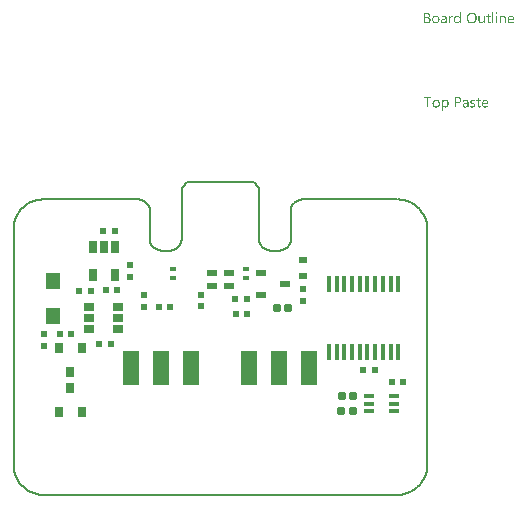
<source format=gtp>
G04*
G04 #@! TF.GenerationSoftware,Altium Limited,Altium Designer,21.9.2 (33)*
G04*
G04 Layer_Color=8421504*
%FSLAX42Y42*%
%MOMM*%
G71*
G04*
G04 #@! TF.SameCoordinates,C9CDC17D-2FD3-46DB-A318-01BEEBB1E299*
G04*
G04*
G04 #@! TF.FilePolarity,Positive*
G04*
G01*
G75*
%ADD15C,0.20*%
%ADD18R,1.40X3.00*%
%ADD19R,1.20X1.45*%
%ADD20R,0.50X0.55*%
%ADD21R,0.55X0.50*%
%ADD22R,0.90X0.60*%
%ADD23R,0.63X0.33*%
%ADD24R,0.40X1.35*%
%ADD25R,0.50X0.55*%
G04:AMPARAMS|DCode=26|XSize=0.9mm|YSize=0.7mm|CornerRadius=0mm|HoleSize=0mm|Usage=FLASHONLY|Rotation=0.000|XOffset=0mm|YOffset=0mm|HoleType=Round|Shape=RoundedRectangle|*
%AMROUNDEDRECTD26*
21,1,0.90,0.70,0,0,0.0*
21,1,0.90,0.70,0,0,0.0*
1,1,0.00,0.45,-0.35*
1,1,0.00,-0.45,-0.35*
1,1,0.00,-0.45,0.35*
1,1,0.00,0.45,0.35*
%
%ADD26ROUNDEDRECTD26*%
G04:AMPARAMS|DCode=27|XSize=0.6mm|YSize=0.65mm|CornerRadius=0.08mm|HoleSize=0mm|Usage=FLASHONLY|Rotation=270.000|XOffset=0mm|YOffset=0mm|HoleType=Round|Shape=RoundedRectangle|*
%AMROUNDEDRECTD27*
21,1,0.60,0.50,0,0,270.0*
21,1,0.45,0.65,0,0,270.0*
1,1,0.15,-0.25,-0.23*
1,1,0.15,-0.25,0.23*
1,1,0.15,0.25,0.23*
1,1,0.15,0.25,-0.23*
%
%ADD27ROUNDEDRECTD27*%
%ADD28R,0.70X1.00*%
%ADD29R,0.90X0.40*%
%ADD30R,0.80X0.60*%
%ADD31R,0.80X0.90*%
%ADD32R,0.90X0.60*%
%ADD33R,0.55X0.50*%
G36*
X5014Y4510D02*
X5015Y4509D01*
X5015Y4509D01*
X5016Y4509D01*
X5017Y4508D01*
X5018Y4508D01*
X5018Y4508D01*
X5018Y4507D01*
X5018Y4507D01*
X5019Y4506D01*
X5019Y4506D01*
X5019Y4505D01*
X5020Y4504D01*
X5020Y4503D01*
X5020Y4503D01*
X5020Y4503D01*
X5020Y4502D01*
X5019Y4501D01*
X5019Y4501D01*
X5019Y4500D01*
X5018Y4499D01*
X5018Y4498D01*
X5018Y4498D01*
X5017Y4498D01*
X5017Y4498D01*
X5016Y4497D01*
X5016Y4497D01*
X5015Y4497D01*
X5014Y4496D01*
X5013Y4496D01*
X5013Y4496D01*
X5012Y4496D01*
X5011Y4497D01*
X5011Y4497D01*
X5010Y4497D01*
X5009Y4498D01*
X5008Y4498D01*
X5008Y4498D01*
X5008Y4499D01*
X5008Y4499D01*
X5007Y4500D01*
X5007Y4500D01*
X5007Y4501D01*
X5006Y4502D01*
X5006Y4503D01*
X5006Y4503D01*
X5006Y4503D01*
X5006Y4504D01*
X5007Y4505D01*
X5007Y4505D01*
X5007Y4506D01*
X5008Y4507D01*
X5008Y4508D01*
X5008Y4508D01*
X5009Y4508D01*
X5009Y4508D01*
X5010Y4509D01*
X5010Y4509D01*
X5011Y4509D01*
X5012Y4510D01*
X5013Y4510D01*
X5013Y4510D01*
X5014Y4510D01*
X5014Y4510D02*
G37*
G36*
X4710Y4416D02*
X4700Y4416D01*
X4700Y4427D01*
X4700Y4427D01*
X4699Y4427D01*
X4699Y4427D01*
X4699Y4426D01*
X4698Y4425D01*
X4697Y4424D01*
X4697Y4423D01*
X4695Y4422D01*
X4694Y4421D01*
X4693Y4420D01*
X4691Y4419D01*
X4689Y4418D01*
X4687Y4417D01*
X4685Y4416D01*
X4683Y4416D01*
X4680Y4415D01*
X4678Y4415D01*
X4677Y4415D01*
X4676Y4415D01*
X4676Y4415D01*
X4675Y4415D01*
X4673Y4415D01*
X4672Y4416D01*
X4671Y4416D01*
X4669Y4416D01*
X4668Y4417D01*
X4666Y4418D01*
X4664Y4419D01*
X4663Y4420D01*
X4661Y4421D01*
X4660Y4422D01*
X4658Y4424D01*
X4658Y4424D01*
X4658Y4424D01*
X4658Y4424D01*
X4657Y4425D01*
X4657Y4426D01*
X4656Y4427D01*
X4655Y4428D01*
X4655Y4430D01*
X4654Y4431D01*
X4654Y4433D01*
X4653Y4435D01*
X4652Y4437D01*
X4652Y4439D01*
X4652Y4442D01*
X4651Y4444D01*
X4651Y4447D01*
X4651Y4447D01*
X4651Y4447D01*
X4651Y4447D01*
X4651Y4447D01*
X4651Y4448D01*
X4651Y4449D01*
X4651Y4451D01*
X4652Y4452D01*
X4652Y4454D01*
X4652Y4456D01*
X4653Y4458D01*
X4653Y4460D01*
X4654Y4462D01*
X4655Y4464D01*
X4655Y4466D01*
X4657Y4468D01*
X4658Y4470D01*
X4659Y4472D01*
X4659Y4472D01*
X4660Y4473D01*
X4660Y4473D01*
X4661Y4474D01*
X4661Y4474D01*
X4662Y4475D01*
X4664Y4476D01*
X4665Y4477D01*
X4666Y4478D01*
X4668Y4479D01*
X4670Y4480D01*
X4671Y4480D01*
X4674Y4481D01*
X4676Y4481D01*
X4678Y4482D01*
X4680Y4482D01*
X4681Y4482D01*
X4682Y4482D01*
X4683Y4482D01*
X4684Y4481D01*
X4685Y4481D01*
X4686Y4481D01*
X4688Y4480D01*
X4689Y4480D01*
X4691Y4479D01*
X4692Y4478D01*
X4694Y4477D01*
X4695Y4476D01*
X4697Y4475D01*
X4698Y4473D01*
X4700Y4471D01*
X4700Y4471D01*
X4700Y4511D01*
X4710Y4511D01*
X4710Y4416D01*
X4710Y4416D02*
G37*
G36*
X5071Y4482D02*
X5072Y4482D01*
X5073Y4481D01*
X5074Y4481D01*
X5075Y4481D01*
X5076Y4481D01*
X5077Y4481D01*
X5078Y4480D01*
X5080Y4480D01*
X5081Y4479D01*
X5082Y4478D01*
X5084Y4477D01*
X5085Y4476D01*
X5086Y4475D01*
X5086Y4475D01*
X5086Y4475D01*
X5086Y4474D01*
X5087Y4474D01*
X5087Y4473D01*
X5088Y4472D01*
X5088Y4471D01*
X5089Y4470D01*
X5089Y4469D01*
X5090Y4467D01*
X5090Y4466D01*
X5091Y4464D01*
X5091Y4462D01*
X5091Y4460D01*
X5091Y4458D01*
X5091Y4455D01*
X5091Y4416D01*
X5081Y4416D01*
X5081Y4453D01*
X5081Y4453D01*
X5081Y4453D01*
X5081Y4453D01*
X5081Y4454D01*
X5081Y4454D01*
X5081Y4455D01*
X5081Y4456D01*
X5081Y4458D01*
X5080Y4459D01*
X5080Y4461D01*
X5079Y4463D01*
X5079Y4465D01*
X5078Y4467D01*
X5076Y4468D01*
X5075Y4470D01*
X5073Y4471D01*
X5072Y4472D01*
X5071Y4472D01*
X5070Y4473D01*
X5069Y4473D01*
X5068Y4473D01*
X5066Y4473D01*
X5066Y4473D01*
X5065Y4473D01*
X5065Y4473D01*
X5064Y4473D01*
X5063Y4473D01*
X5062Y4472D01*
X5061Y4472D01*
X5060Y4472D01*
X5059Y4471D01*
X5058Y4471D01*
X5057Y4470D01*
X5056Y4469D01*
X5055Y4468D01*
X5054Y4467D01*
X5054Y4467D01*
X5054Y4467D01*
X5053Y4467D01*
X5053Y4466D01*
X5053Y4466D01*
X5052Y4465D01*
X5052Y4464D01*
X5051Y4463D01*
X5051Y4462D01*
X5050Y4461D01*
X5050Y4460D01*
X5050Y4459D01*
X5049Y4457D01*
X5049Y4456D01*
X5049Y4454D01*
X5049Y4453D01*
X5049Y4416D01*
X5039Y4416D01*
X5039Y4480D01*
X5049Y4480D01*
X5049Y4470D01*
X5049Y4470D01*
X5049Y4470D01*
X5049Y4470D01*
X5050Y4471D01*
X5050Y4472D01*
X5051Y4472D01*
X5052Y4473D01*
X5053Y4475D01*
X5054Y4476D01*
X5056Y4477D01*
X5057Y4478D01*
X5059Y4479D01*
X5061Y4480D01*
X5063Y4481D01*
X5065Y4481D01*
X5067Y4482D01*
X5070Y4482D01*
X5070Y4482D01*
X5071Y4482D01*
X5071Y4482D02*
G37*
G36*
X4640Y4481D02*
X4641Y4481D01*
X4642Y4481D01*
X4643Y4481D01*
X4644Y4481D01*
X4644Y4480D01*
X4644Y4470D01*
X4644Y4470D01*
X4644Y4470D01*
X4643Y4470D01*
X4643Y4471D01*
X4641Y4471D01*
X4640Y4472D01*
X4639Y4472D01*
X4637Y4472D01*
X4636Y4472D01*
X4636Y4472D01*
X4635Y4472D01*
X4634Y4472D01*
X4633Y4471D01*
X4632Y4471D01*
X4631Y4470D01*
X4630Y4470D01*
X4629Y4469D01*
X4628Y4469D01*
X4628Y4468D01*
X4627Y4467D01*
X4626Y4466D01*
X4626Y4466D01*
X4626Y4465D01*
X4625Y4465D01*
X4625Y4465D01*
X4625Y4464D01*
X4624Y4463D01*
X4624Y4462D01*
X4624Y4461D01*
X4623Y4460D01*
X4623Y4459D01*
X4622Y4458D01*
X4622Y4456D01*
X4622Y4454D01*
X4622Y4453D01*
X4621Y4451D01*
X4621Y4449D01*
X4621Y4416D01*
X4611Y4416D01*
X4611Y4480D01*
X4621Y4480D01*
X4621Y4467D01*
X4622Y4467D01*
X4622Y4467D01*
X4622Y4467D01*
X4622Y4468D01*
X4622Y4468D01*
X4622Y4469D01*
X4623Y4469D01*
X4623Y4471D01*
X4624Y4473D01*
X4625Y4474D01*
X4627Y4476D01*
X4628Y4478D01*
X4628Y4478D01*
X4629Y4478D01*
X4629Y4478D01*
X4629Y4478D01*
X4629Y4478D01*
X4630Y4479D01*
X4631Y4479D01*
X4633Y4480D01*
X4634Y4481D01*
X4636Y4481D01*
X4637Y4481D01*
X4638Y4481D01*
X4639Y4481D01*
X4640Y4481D01*
X4640Y4481D02*
G37*
G36*
X4913Y4416D02*
X4903Y4416D01*
X4903Y4427D01*
X4903Y4427D01*
X4903Y4426D01*
X4902Y4426D01*
X4902Y4425D01*
X4902Y4425D01*
X4901Y4424D01*
X4900Y4423D01*
X4899Y4422D01*
X4898Y4421D01*
X4897Y4420D01*
X4895Y4419D01*
X4894Y4418D01*
X4892Y4417D01*
X4890Y4416D01*
X4888Y4415D01*
X4885Y4415D01*
X4883Y4415D01*
X4882Y4415D01*
X4882Y4415D01*
X4882Y4415D01*
X4881Y4415D01*
X4880Y4415D01*
X4879Y4415D01*
X4878Y4416D01*
X4876Y4416D01*
X4874Y4417D01*
X4873Y4418D01*
X4872Y4418D01*
X4871Y4419D01*
X4870Y4420D01*
X4868Y4421D01*
X4867Y4422D01*
X4866Y4423D01*
X4865Y4424D01*
X4865Y4425D01*
X4864Y4426D01*
X4863Y4428D01*
X4862Y4430D01*
X4862Y4431D01*
X4861Y4433D01*
X4861Y4435D01*
X4860Y4437D01*
X4860Y4440D01*
X4860Y4442D01*
X4860Y4480D01*
X4870Y4480D01*
X4870Y4444D01*
X4870Y4444D01*
X4870Y4443D01*
X4870Y4443D01*
X4870Y4443D01*
X4870Y4442D01*
X4870Y4442D01*
X4871Y4441D01*
X4871Y4439D01*
X4871Y4437D01*
X4872Y4435D01*
X4872Y4434D01*
X4873Y4432D01*
X4874Y4430D01*
X4875Y4428D01*
X4877Y4427D01*
X4879Y4425D01*
X4880Y4425D01*
X4881Y4424D01*
X4882Y4424D01*
X4883Y4424D01*
X4884Y4424D01*
X4886Y4424D01*
X4887Y4424D01*
X4887Y4424D01*
X4888Y4424D01*
X4888Y4424D01*
X4889Y4424D01*
X4890Y4424D01*
X4891Y4424D01*
X4892Y4425D01*
X4893Y4425D01*
X4894Y4426D01*
X4895Y4427D01*
X4896Y4427D01*
X4897Y4428D01*
X4898Y4429D01*
X4898Y4429D01*
X4898Y4429D01*
X4899Y4430D01*
X4899Y4430D01*
X4899Y4431D01*
X4900Y4431D01*
X4900Y4432D01*
X4901Y4433D01*
X4901Y4434D01*
X4901Y4435D01*
X4902Y4436D01*
X4902Y4437D01*
X4902Y4439D01*
X4903Y4440D01*
X4903Y4442D01*
X4903Y4443D01*
X4903Y4480D01*
X4913Y4480D01*
X4913Y4416D01*
X4913Y4416D02*
G37*
G36*
X5018Y4416D02*
X5008Y4416D01*
X5008Y4480D01*
X5018Y4480D01*
X5018Y4416D01*
X5018Y4416D02*
G37*
G36*
X4987Y4416D02*
X4977Y4416D01*
X4977Y4511D01*
X4987Y4511D01*
X4987Y4416D01*
X4987Y4416D02*
G37*
G36*
X4570Y4482D02*
X4571Y4482D01*
X4572Y4482D01*
X4572Y4481D01*
X4573Y4481D01*
X4575Y4481D01*
X4577Y4480D01*
X4579Y4480D01*
X4581Y4479D01*
X4583Y4477D01*
X4584Y4477D01*
X4585Y4476D01*
X4586Y4475D01*
X4587Y4474D01*
X4588Y4473D01*
X4588Y4472D01*
X4589Y4470D01*
X4590Y4469D01*
X4590Y4467D01*
X4591Y4466D01*
X4591Y4464D01*
X4592Y4462D01*
X4592Y4460D01*
X4592Y4458D01*
X4592Y4416D01*
X4582Y4416D01*
X4582Y4426D01*
X4582Y4426D01*
X4581Y4426D01*
X4581Y4426D01*
X4581Y4425D01*
X4580Y4425D01*
X4580Y4424D01*
X4579Y4423D01*
X4578Y4422D01*
X4577Y4421D01*
X4575Y4420D01*
X4574Y4419D01*
X4572Y4418D01*
X4570Y4417D01*
X4569Y4416D01*
X4566Y4415D01*
X4564Y4415D01*
X4562Y4415D01*
X4561Y4415D01*
X4560Y4415D01*
X4560Y4415D01*
X4559Y4415D01*
X4558Y4415D01*
X4557Y4416D01*
X4554Y4416D01*
X4553Y4417D01*
X4552Y4417D01*
X4550Y4418D01*
X4549Y4418D01*
X4548Y4419D01*
X4547Y4420D01*
X4547Y4420D01*
X4547Y4420D01*
X4547Y4421D01*
X4546Y4421D01*
X4546Y4421D01*
X4545Y4422D01*
X4545Y4423D01*
X4544Y4424D01*
X4544Y4424D01*
X4543Y4426D01*
X4543Y4427D01*
X4543Y4428D01*
X4542Y4429D01*
X4542Y4430D01*
X4542Y4432D01*
X4542Y4433D01*
X4542Y4433D01*
X4542Y4434D01*
X4542Y4434D01*
X4542Y4434D01*
X4542Y4435D01*
X4542Y4435D01*
X4542Y4436D01*
X4542Y4438D01*
X4543Y4439D01*
X4543Y4441D01*
X4544Y4443D01*
X4545Y4445D01*
X4547Y4446D01*
X4548Y4447D01*
X4548Y4448D01*
X4550Y4449D01*
X4551Y4450D01*
X4552Y4450D01*
X4553Y4451D01*
X4554Y4452D01*
X4556Y4452D01*
X4557Y4453D01*
X4559Y4453D01*
X4561Y4454D01*
X4563Y4454D01*
X4582Y4457D01*
X4582Y4457D01*
X4582Y4457D01*
X4582Y4457D01*
X4582Y4458D01*
X4582Y4458D01*
X4582Y4459D01*
X4581Y4461D01*
X4581Y4462D01*
X4581Y4463D01*
X4580Y4465D01*
X4579Y4466D01*
X4579Y4468D01*
X4578Y4469D01*
X4576Y4471D01*
X4575Y4472D01*
X4573Y4472D01*
X4572Y4473D01*
X4571Y4473D01*
X4570Y4473D01*
X4569Y4473D01*
X4568Y4473D01*
X4568Y4473D01*
X4567Y4473D01*
X4566Y4473D01*
X4565Y4473D01*
X4563Y4472D01*
X4562Y4472D01*
X4560Y4472D01*
X4559Y4471D01*
X4557Y4471D01*
X4555Y4470D01*
X4553Y4469D01*
X4551Y4468D01*
X4550Y4467D01*
X4548Y4465D01*
X4548Y4476D01*
X4548Y4476D01*
X4548Y4476D01*
X4549Y4476D01*
X4550Y4477D01*
X4550Y4477D01*
X4551Y4478D01*
X4553Y4478D01*
X4554Y4479D01*
X4556Y4479D01*
X4557Y4480D01*
X4559Y4480D01*
X4561Y4481D01*
X4563Y4481D01*
X4565Y4481D01*
X4567Y4482D01*
X4570Y4482D01*
X4570Y4482D01*
X4570Y4482D01*
X4570Y4482D02*
G37*
G36*
X4427Y4506D02*
X4428Y4506D01*
X4429Y4505D01*
X4431Y4505D01*
X4432Y4505D01*
X4433Y4505D01*
X4435Y4504D01*
X4436Y4504D01*
X4438Y4503D01*
X4440Y4503D01*
X4441Y4502D01*
X4442Y4501D01*
X4444Y4500D01*
X4444Y4500D01*
X4444Y4500D01*
X4444Y4499D01*
X4445Y4499D01*
X4445Y4498D01*
X4446Y4498D01*
X4446Y4497D01*
X4447Y4496D01*
X4448Y4495D01*
X4448Y4494D01*
X4449Y4493D01*
X4449Y4491D01*
X4450Y4490D01*
X4450Y4489D01*
X4450Y4487D01*
X4450Y4485D01*
X4450Y4485D01*
X4450Y4485D01*
X4450Y4485D01*
X4450Y4484D01*
X4450Y4483D01*
X4450Y4483D01*
X4450Y4482D01*
X4450Y4481D01*
X4449Y4479D01*
X4449Y4477D01*
X4448Y4475D01*
X4448Y4474D01*
X4447Y4473D01*
X4446Y4472D01*
X4446Y4472D01*
X4446Y4472D01*
X4446Y4472D01*
X4446Y4471D01*
X4445Y4471D01*
X4445Y4470D01*
X4444Y4470D01*
X4443Y4469D01*
X4443Y4468D01*
X4442Y4468D01*
X4441Y4467D01*
X4440Y4466D01*
X4439Y4466D01*
X4438Y4465D01*
X4435Y4464D01*
X4435Y4464D01*
X4435Y4464D01*
X4435Y4464D01*
X4436Y4464D01*
X4437Y4464D01*
X4437Y4464D01*
X4438Y4463D01*
X4439Y4463D01*
X4440Y4463D01*
X4443Y4462D01*
X4444Y4461D01*
X4445Y4461D01*
X4446Y4460D01*
X4447Y4459D01*
X4449Y4458D01*
X4450Y4457D01*
X4450Y4457D01*
X4450Y4457D01*
X4450Y4457D01*
X4450Y4456D01*
X4451Y4455D01*
X4451Y4455D01*
X4452Y4454D01*
X4452Y4453D01*
X4453Y4452D01*
X4453Y4451D01*
X4454Y4450D01*
X4454Y4448D01*
X4454Y4447D01*
X4455Y4445D01*
X4455Y4444D01*
X4455Y4442D01*
X4455Y4442D01*
X4455Y4442D01*
X4455Y4441D01*
X4455Y4440D01*
X4455Y4439D01*
X4454Y4438D01*
X4454Y4437D01*
X4454Y4435D01*
X4453Y4434D01*
X4453Y4433D01*
X4452Y4431D01*
X4451Y4429D01*
X4451Y4428D01*
X4449Y4426D01*
X4448Y4425D01*
X4447Y4424D01*
X4447Y4423D01*
X4446Y4423D01*
X4446Y4423D01*
X4445Y4422D01*
X4444Y4422D01*
X4443Y4421D01*
X4442Y4421D01*
X4441Y4420D01*
X4440Y4419D01*
X4438Y4419D01*
X4436Y4418D01*
X4434Y4418D01*
X4432Y4417D01*
X4430Y4417D01*
X4428Y4417D01*
X4426Y4416D01*
X4400Y4416D01*
X4400Y4506D01*
X4426Y4506D01*
X4427Y4506D01*
X4427Y4506D02*
G37*
G36*
X4947Y4480D02*
X4963Y4480D01*
X4963Y4471D01*
X4947Y4471D01*
X4947Y4436D01*
X4947Y4435D01*
X4947Y4435D01*
X4947Y4435D01*
X4947Y4435D01*
X4947Y4434D01*
X4947Y4433D01*
X4948Y4432D01*
X4948Y4430D01*
X4948Y4429D01*
X4949Y4428D01*
X4949Y4427D01*
X4949Y4426D01*
X4949Y4426D01*
X4950Y4426D01*
X4950Y4426D01*
X4951Y4425D01*
X4952Y4424D01*
X4953Y4424D01*
X4955Y4424D01*
X4957Y4424D01*
X4957Y4424D01*
X4958Y4424D01*
X4959Y4424D01*
X4960Y4424D01*
X4961Y4424D01*
X4962Y4425D01*
X4963Y4426D01*
X4963Y4417D01*
X4963Y4417D01*
X4963Y4417D01*
X4963Y4417D01*
X4963Y4417D01*
X4962Y4416D01*
X4961Y4416D01*
X4959Y4416D01*
X4958Y4415D01*
X4956Y4415D01*
X4954Y4415D01*
X4953Y4415D01*
X4952Y4415D01*
X4951Y4415D01*
X4950Y4416D01*
X4948Y4416D01*
X4947Y4417D01*
X4945Y4418D01*
X4944Y4418D01*
X4942Y4420D01*
X4941Y4421D01*
X4940Y4422D01*
X4940Y4423D01*
X4939Y4424D01*
X4939Y4425D01*
X4938Y4426D01*
X4938Y4428D01*
X4937Y4429D01*
X4937Y4430D01*
X4937Y4432D01*
X4937Y4434D01*
X4937Y4471D01*
X4926Y4471D01*
X4926Y4480D01*
X4937Y4480D01*
X4937Y4496D01*
X4947Y4499D01*
X4947Y4480D01*
X4947Y4480D02*
G37*
G36*
X5137Y4482D02*
X5138Y4482D01*
X5139Y4481D01*
X5140Y4481D01*
X5141Y4481D01*
X5143Y4481D01*
X5144Y4480D01*
X5146Y4480D01*
X5147Y4479D01*
X5149Y4478D01*
X5151Y4477D01*
X5152Y4476D01*
X5154Y4475D01*
X5155Y4474D01*
X5155Y4473D01*
X5155Y4473D01*
X5156Y4473D01*
X5156Y4472D01*
X5157Y4471D01*
X5157Y4470D01*
X5158Y4469D01*
X5158Y4468D01*
X5159Y4466D01*
X5160Y4465D01*
X5160Y4463D01*
X5161Y4461D01*
X5161Y4458D01*
X5162Y4456D01*
X5162Y4454D01*
X5162Y4451D01*
X5162Y4446D01*
X5117Y4446D01*
X5117Y4446D01*
X5117Y4445D01*
X5117Y4445D01*
X5117Y4444D01*
X5117Y4443D01*
X5117Y4442D01*
X5117Y4441D01*
X5118Y4440D01*
X5118Y4437D01*
X5119Y4436D01*
X5119Y4434D01*
X5120Y4433D01*
X5121Y4432D01*
X5122Y4430D01*
X5123Y4429D01*
X5123Y4429D01*
X5123Y4429D01*
X5123Y4429D01*
X5124Y4428D01*
X5124Y4428D01*
X5125Y4427D01*
X5126Y4427D01*
X5127Y4426D01*
X5128Y4426D01*
X5129Y4425D01*
X5130Y4425D01*
X5131Y4424D01*
X5133Y4424D01*
X5134Y4424D01*
X5136Y4424D01*
X5138Y4424D01*
X5138Y4424D01*
X5139Y4424D01*
X5139Y4424D01*
X5140Y4424D01*
X5142Y4424D01*
X5143Y4424D01*
X5144Y4424D01*
X5146Y4425D01*
X5147Y4425D01*
X5149Y4426D01*
X5151Y4427D01*
X5152Y4427D01*
X5154Y4428D01*
X5156Y4429D01*
X5157Y4431D01*
X5157Y4421D01*
X5157Y4421D01*
X5157Y4421D01*
X5157Y4420D01*
X5156Y4420D01*
X5155Y4420D01*
X5154Y4419D01*
X5153Y4419D01*
X5152Y4418D01*
X5150Y4417D01*
X5148Y4417D01*
X5147Y4416D01*
X5145Y4416D01*
X5142Y4416D01*
X5140Y4415D01*
X5138Y4415D01*
X5135Y4415D01*
X5135Y4415D01*
X5134Y4415D01*
X5133Y4415D01*
X5132Y4415D01*
X5131Y4415D01*
X5129Y4416D01*
X5128Y4416D01*
X5126Y4417D01*
X5124Y4417D01*
X5122Y4418D01*
X5121Y4419D01*
X5119Y4420D01*
X5117Y4421D01*
X5116Y4422D01*
X5114Y4424D01*
X5114Y4424D01*
X5114Y4424D01*
X5113Y4425D01*
X5113Y4425D01*
X5112Y4426D01*
X5112Y4427D01*
X5111Y4428D01*
X5110Y4430D01*
X5110Y4432D01*
X5109Y4433D01*
X5108Y4435D01*
X5108Y4438D01*
X5107Y4440D01*
X5107Y4442D01*
X5106Y4445D01*
X5106Y4448D01*
X5106Y4448D01*
X5106Y4448D01*
X5106Y4448D01*
X5106Y4449D01*
X5106Y4449D01*
X5107Y4451D01*
X5107Y4452D01*
X5107Y4453D01*
X5107Y4455D01*
X5107Y4457D01*
X5108Y4459D01*
X5108Y4461D01*
X5109Y4463D01*
X5110Y4465D01*
X5111Y4467D01*
X5112Y4469D01*
X5113Y4470D01*
X5115Y4472D01*
X5115Y4472D01*
X5115Y4473D01*
X5116Y4473D01*
X5116Y4474D01*
X5117Y4474D01*
X5118Y4475D01*
X5119Y4476D01*
X5121Y4477D01*
X5122Y4478D01*
X5124Y4479D01*
X5125Y4480D01*
X5127Y4480D01*
X5129Y4481D01*
X5131Y4481D01*
X5133Y4482D01*
X5136Y4482D01*
X5136Y4482D01*
X5137Y4482D01*
X5137Y4482D02*
G37*
G36*
X4806Y4507D02*
X4806Y4507D01*
X4807Y4507D01*
X4807Y4507D01*
X4809Y4507D01*
X4811Y4507D01*
X4813Y4506D01*
X4815Y4506D01*
X4817Y4505D01*
X4820Y4504D01*
X4822Y4503D01*
X4825Y4502D01*
X4827Y4501D01*
X4830Y4499D01*
X4832Y4497D01*
X4834Y4495D01*
X4834Y4495D01*
X4835Y4494D01*
X4835Y4493D01*
X4836Y4492D01*
X4837Y4491D01*
X4838Y4490D01*
X4839Y4488D01*
X4840Y4486D01*
X4841Y4484D01*
X4842Y4481D01*
X4843Y4479D01*
X4844Y4476D01*
X4844Y4473D01*
X4845Y4469D01*
X4845Y4466D01*
X4845Y4462D01*
X4845Y4462D01*
X4845Y4462D01*
X4845Y4462D01*
X4845Y4461D01*
X4845Y4461D01*
X4845Y4460D01*
X4845Y4459D01*
X4845Y4459D01*
X4845Y4458D01*
X4845Y4457D01*
X4845Y4455D01*
X4844Y4452D01*
X4844Y4450D01*
X4843Y4447D01*
X4843Y4444D01*
X4842Y4441D01*
X4841Y4438D01*
X4839Y4436D01*
X4838Y4433D01*
X4836Y4430D01*
X4834Y4428D01*
X4834Y4427D01*
X4833Y4427D01*
X4833Y4426D01*
X4832Y4426D01*
X4830Y4425D01*
X4829Y4424D01*
X4828Y4423D01*
X4826Y4421D01*
X4824Y4420D01*
X4821Y4419D01*
X4819Y4418D01*
X4816Y4417D01*
X4813Y4416D01*
X4810Y4416D01*
X4806Y4415D01*
X4803Y4415D01*
X4802Y4415D01*
X4802Y4415D01*
X4801Y4415D01*
X4800Y4415D01*
X4800Y4415D01*
X4798Y4415D01*
X4796Y4416D01*
X4794Y4416D01*
X4792Y4417D01*
X4790Y4417D01*
X4787Y4418D01*
X4785Y4419D01*
X4782Y4420D01*
X4779Y4422D01*
X4777Y4423D01*
X4775Y4425D01*
X4772Y4427D01*
X4772Y4428D01*
X4772Y4428D01*
X4771Y4429D01*
X4771Y4430D01*
X4770Y4431D01*
X4769Y4433D01*
X4768Y4434D01*
X4767Y4436D01*
X4766Y4438D01*
X4765Y4441D01*
X4764Y4444D01*
X4763Y4446D01*
X4762Y4450D01*
X4762Y4453D01*
X4761Y4456D01*
X4761Y4460D01*
X4761Y4460D01*
X4761Y4460D01*
X4761Y4461D01*
X4761Y4461D01*
X4761Y4462D01*
X4761Y4462D01*
X4761Y4463D01*
X4761Y4464D01*
X4761Y4464D01*
X4761Y4465D01*
X4762Y4468D01*
X4762Y4470D01*
X4763Y4472D01*
X4763Y4475D01*
X4764Y4478D01*
X4765Y4481D01*
X4766Y4484D01*
X4767Y4486D01*
X4769Y4489D01*
X4771Y4492D01*
X4773Y4494D01*
X4773Y4495D01*
X4773Y4495D01*
X4774Y4496D01*
X4775Y4496D01*
X4776Y4497D01*
X4777Y4498D01*
X4779Y4500D01*
X4781Y4501D01*
X4783Y4502D01*
X4786Y4503D01*
X4788Y4504D01*
X4791Y4505D01*
X4794Y4506D01*
X4797Y4507D01*
X4801Y4507D01*
X4804Y4507D01*
X4805Y4507D01*
X4806Y4507D01*
X4806Y4507D02*
G37*
G36*
X4501Y4482D02*
X4502Y4482D01*
X4503Y4481D01*
X4505Y4481D01*
X4506Y4481D01*
X4508Y4481D01*
X4510Y4480D01*
X4512Y4480D01*
X4513Y4479D01*
X4515Y4478D01*
X4517Y4477D01*
X4519Y4476D01*
X4520Y4474D01*
X4522Y4473D01*
X4522Y4473D01*
X4522Y4473D01*
X4523Y4472D01*
X4523Y4471D01*
X4524Y4470D01*
X4525Y4469D01*
X4525Y4468D01*
X4526Y4467D01*
X4527Y4465D01*
X4528Y4463D01*
X4528Y4461D01*
X4529Y4459D01*
X4529Y4457D01*
X4530Y4454D01*
X4530Y4451D01*
X4530Y4449D01*
X4530Y4449D01*
X4530Y4448D01*
X4530Y4448D01*
X4530Y4448D01*
X4530Y4447D01*
X4530Y4446D01*
X4530Y4445D01*
X4530Y4443D01*
X4529Y4442D01*
X4529Y4440D01*
X4528Y4438D01*
X4528Y4436D01*
X4527Y4434D01*
X4526Y4432D01*
X4525Y4430D01*
X4524Y4428D01*
X4523Y4426D01*
X4521Y4424D01*
X4521Y4424D01*
X4521Y4424D01*
X4521Y4423D01*
X4520Y4423D01*
X4519Y4422D01*
X4518Y4421D01*
X4517Y4420D01*
X4515Y4420D01*
X4514Y4419D01*
X4512Y4418D01*
X4510Y4417D01*
X4508Y4416D01*
X4506Y4416D01*
X4503Y4415D01*
X4501Y4415D01*
X4498Y4415D01*
X4498Y4415D01*
X4497Y4415D01*
X4496Y4415D01*
X4495Y4415D01*
X4493Y4415D01*
X4492Y4416D01*
X4490Y4416D01*
X4488Y4417D01*
X4487Y4417D01*
X4485Y4418D01*
X4483Y4419D01*
X4481Y4420D01*
X4479Y4421D01*
X4477Y4422D01*
X4476Y4424D01*
X4476Y4424D01*
X4475Y4424D01*
X4475Y4425D01*
X4474Y4426D01*
X4474Y4426D01*
X4473Y4427D01*
X4472Y4429D01*
X4472Y4430D01*
X4471Y4432D01*
X4470Y4434D01*
X4469Y4436D01*
X4469Y4438D01*
X4468Y4440D01*
X4468Y4442D01*
X4467Y4445D01*
X4467Y4448D01*
X4467Y4448D01*
X4467Y4448D01*
X4467Y4448D01*
X4467Y4448D01*
X4467Y4449D01*
X4467Y4450D01*
X4468Y4452D01*
X4468Y4453D01*
X4468Y4455D01*
X4468Y4457D01*
X4469Y4459D01*
X4469Y4461D01*
X4470Y4463D01*
X4471Y4465D01*
X4472Y4467D01*
X4473Y4469D01*
X4474Y4471D01*
X4476Y4473D01*
X4476Y4473D01*
X4476Y4473D01*
X4477Y4474D01*
X4478Y4474D01*
X4479Y4475D01*
X4480Y4476D01*
X4481Y4476D01*
X4482Y4477D01*
X4484Y4478D01*
X4486Y4479D01*
X4488Y4480D01*
X4490Y4480D01*
X4492Y4481D01*
X4494Y4481D01*
X4497Y4482D01*
X4500Y4482D01*
X4500Y4482D01*
X4501Y4482D01*
X4501Y4482D02*
G37*
G36*
X4583Y3769D02*
X4584Y3769D01*
X4585Y3769D01*
X4586Y3769D01*
X4587Y3769D01*
X4589Y3768D01*
X4590Y3768D01*
X4592Y3767D01*
X4593Y3767D01*
X4595Y3766D01*
X4597Y3765D01*
X4598Y3764D01*
X4600Y3762D01*
X4601Y3761D01*
X4601Y3761D01*
X4601Y3760D01*
X4602Y3760D01*
X4602Y3759D01*
X4603Y3758D01*
X4603Y3757D01*
X4604Y3756D01*
X4604Y3755D01*
X4605Y3753D01*
X4606Y3752D01*
X4606Y3750D01*
X4607Y3748D01*
X4607Y3745D01*
X4608Y3743D01*
X4608Y3741D01*
X4608Y3738D01*
X4608Y3738D01*
X4608Y3738D01*
X4608Y3738D01*
X4608Y3737D01*
X4608Y3736D01*
X4608Y3735D01*
X4608Y3734D01*
X4608Y3732D01*
X4607Y3731D01*
X4607Y3729D01*
X4606Y3727D01*
X4606Y3725D01*
X4605Y3723D01*
X4605Y3720D01*
X4604Y3718D01*
X4603Y3716D01*
X4601Y3714D01*
X4600Y3712D01*
X4600Y3712D01*
X4600Y3712D01*
X4599Y3711D01*
X4599Y3711D01*
X4598Y3710D01*
X4597Y3709D01*
X4596Y3708D01*
X4595Y3708D01*
X4593Y3707D01*
X4592Y3706D01*
X4590Y3705D01*
X4588Y3704D01*
X4586Y3704D01*
X4584Y3703D01*
X4581Y3703D01*
X4579Y3703D01*
X4578Y3703D01*
X4578Y3703D01*
X4577Y3703D01*
X4576Y3703D01*
X4575Y3703D01*
X4573Y3704D01*
X4572Y3704D01*
X4570Y3705D01*
X4569Y3705D01*
X4567Y3706D01*
X4566Y3707D01*
X4564Y3709D01*
X4562Y3710D01*
X4561Y3712D01*
X4560Y3713D01*
X4559Y3713D01*
X4559Y3675D01*
X4549Y3675D01*
X4549Y3768D01*
X4559Y3768D01*
X4559Y3757D01*
X4560Y3757D01*
X4560Y3757D01*
X4560Y3757D01*
X4561Y3758D01*
X4561Y3759D01*
X4562Y3760D01*
X4563Y3761D01*
X4564Y3762D01*
X4565Y3763D01*
X4567Y3764D01*
X4568Y3765D01*
X4570Y3767D01*
X4572Y3768D01*
X4574Y3768D01*
X4577Y3769D01*
X4579Y3769D01*
X4582Y3769D01*
X4582Y3769D01*
X4583Y3769D01*
X4583Y3769D02*
G37*
G36*
X4817Y3769D02*
X4818Y3769D01*
X4819Y3769D01*
X4820Y3769D01*
X4821Y3769D01*
X4823Y3769D01*
X4826Y3768D01*
X4828Y3768D01*
X4831Y3767D01*
X4831Y3756D01*
X4831Y3756D01*
X4831Y3756D01*
X4830Y3757D01*
X4830Y3757D01*
X4829Y3757D01*
X4828Y3758D01*
X4827Y3758D01*
X4826Y3759D01*
X4825Y3759D01*
X4824Y3759D01*
X4823Y3760D01*
X4821Y3760D01*
X4820Y3760D01*
X4818Y3761D01*
X4816Y3761D01*
X4815Y3761D01*
X4814Y3761D01*
X4813Y3761D01*
X4812Y3761D01*
X4811Y3761D01*
X4810Y3760D01*
X4809Y3760D01*
X4809Y3760D01*
X4809Y3760D01*
X4808Y3760D01*
X4807Y3759D01*
X4806Y3758D01*
X4806Y3758D01*
X4805Y3758D01*
X4805Y3758D01*
X4805Y3758D01*
X4804Y3757D01*
X4803Y3756D01*
X4803Y3755D01*
X4803Y3755D01*
X4803Y3755D01*
X4803Y3754D01*
X4802Y3754D01*
X4802Y3753D01*
X4802Y3753D01*
X4802Y3752D01*
X4802Y3752D01*
X4802Y3752D01*
X4802Y3751D01*
X4802Y3750D01*
X4802Y3750D01*
X4803Y3749D01*
X4803Y3748D01*
X4803Y3748D01*
X4803Y3748D01*
X4803Y3747D01*
X4803Y3747D01*
X4804Y3747D01*
X4804Y3746D01*
X4805Y3746D01*
X4806Y3745D01*
X4806Y3745D01*
X4806Y3744D01*
X4806Y3744D01*
X4807Y3744D01*
X4807Y3744D01*
X4808Y3743D01*
X4809Y3743D01*
X4810Y3742D01*
X4810Y3742D01*
X4810Y3742D01*
X4811Y3742D01*
X4812Y3742D01*
X4812Y3741D01*
X4813Y3741D01*
X4814Y3741D01*
X4816Y3740D01*
X4816Y3740D01*
X4816Y3740D01*
X4816Y3740D01*
X4816Y3740D01*
X4817Y3740D01*
X4818Y3739D01*
X4819Y3739D01*
X4821Y3738D01*
X4822Y3737D01*
X4823Y3737D01*
X4823Y3737D01*
X4823Y3737D01*
X4824Y3736D01*
X4824Y3736D01*
X4825Y3736D01*
X4826Y3735D01*
X4827Y3734D01*
X4828Y3734D01*
X4829Y3733D01*
X4829Y3733D01*
X4829Y3732D01*
X4830Y3732D01*
X4830Y3731D01*
X4831Y3731D01*
X4831Y3730D01*
X4832Y3729D01*
X4833Y3728D01*
X4833Y3728D01*
X4833Y3727D01*
X4833Y3727D01*
X4833Y3726D01*
X4833Y3725D01*
X4834Y3724D01*
X4834Y3723D01*
X4834Y3721D01*
X4834Y3721D01*
X4834Y3721D01*
X4834Y3721D01*
X4834Y3721D01*
X4834Y3720D01*
X4834Y3718D01*
X4833Y3717D01*
X4833Y3716D01*
X4832Y3714D01*
X4832Y3713D01*
X4832Y3713D01*
X4831Y3713D01*
X4831Y3712D01*
X4830Y3711D01*
X4829Y3710D01*
X4828Y3709D01*
X4827Y3708D01*
X4826Y3707D01*
X4826Y3707D01*
X4825Y3707D01*
X4825Y3706D01*
X4824Y3706D01*
X4823Y3705D01*
X4821Y3705D01*
X4820Y3704D01*
X4818Y3704D01*
X4818Y3704D01*
X4818Y3704D01*
X4818Y3704D01*
X4817Y3704D01*
X4817Y3704D01*
X4816Y3704D01*
X4815Y3703D01*
X4814Y3703D01*
X4812Y3703D01*
X4810Y3703D01*
X4809Y3703D01*
X4808Y3703D01*
X4807Y3703D01*
X4806Y3703D01*
X4805Y3703D01*
X4804Y3703D01*
X4803Y3703D01*
X4801Y3703D01*
X4800Y3704D01*
X4797Y3704D01*
X4794Y3705D01*
X4793Y3706D01*
X4792Y3707D01*
X4792Y3717D01*
X4792Y3717D01*
X4792Y3717D01*
X4792Y3717D01*
X4793Y3717D01*
X4794Y3716D01*
X4795Y3715D01*
X4796Y3715D01*
X4797Y3714D01*
X4798Y3714D01*
X4800Y3713D01*
X4801Y3713D01*
X4803Y3712D01*
X4805Y3712D01*
X4806Y3712D01*
X4808Y3711D01*
X4810Y3711D01*
X4810Y3711D01*
X4811Y3711D01*
X4812Y3711D01*
X4813Y3712D01*
X4814Y3712D01*
X4815Y3712D01*
X4817Y3712D01*
X4818Y3713D01*
X4819Y3714D01*
X4820Y3714D01*
X4821Y3715D01*
X4822Y3716D01*
X4823Y3717D01*
X4823Y3719D01*
X4823Y3720D01*
X4823Y3720D01*
X4823Y3720D01*
X4823Y3721D01*
X4823Y3721D01*
X4823Y3722D01*
X4823Y3722D01*
X4823Y3723D01*
X4823Y3724D01*
X4822Y3725D01*
X4822Y3725D01*
X4822Y3725D01*
X4822Y3725D01*
X4821Y3726D01*
X4821Y3726D01*
X4820Y3727D01*
X4820Y3727D01*
X4819Y3728D01*
X4819Y3728D01*
X4819Y3728D01*
X4818Y3728D01*
X4818Y3729D01*
X4817Y3729D01*
X4816Y3729D01*
X4815Y3730D01*
X4814Y3730D01*
X4814Y3730D01*
X4814Y3730D01*
X4813Y3731D01*
X4813Y3731D01*
X4812Y3731D01*
X4811Y3732D01*
X4810Y3732D01*
X4809Y3733D01*
X4809Y3733D01*
X4809Y3733D01*
X4808Y3733D01*
X4808Y3733D01*
X4807Y3733D01*
X4806Y3734D01*
X4805Y3734D01*
X4804Y3735D01*
X4803Y3735D01*
X4801Y3736D01*
X4801Y3736D01*
X4801Y3736D01*
X4800Y3737D01*
X4799Y3737D01*
X4799Y3738D01*
X4798Y3738D01*
X4797Y3739D01*
X4796Y3740D01*
X4796Y3740D01*
X4796Y3740D01*
X4795Y3741D01*
X4795Y3741D01*
X4794Y3742D01*
X4794Y3743D01*
X4793Y3744D01*
X4793Y3745D01*
X4793Y3745D01*
X4793Y3745D01*
X4792Y3746D01*
X4792Y3746D01*
X4792Y3747D01*
X4792Y3748D01*
X4792Y3750D01*
X4792Y3751D01*
X4792Y3751D01*
X4792Y3751D01*
X4792Y3752D01*
X4792Y3752D01*
X4792Y3753D01*
X4792Y3754D01*
X4792Y3755D01*
X4793Y3756D01*
X4793Y3758D01*
X4794Y3759D01*
X4794Y3759D01*
X4794Y3759D01*
X4794Y3760D01*
X4795Y3760D01*
X4795Y3761D01*
X4796Y3762D01*
X4797Y3763D01*
X4798Y3764D01*
X4799Y3765D01*
X4799Y3765D01*
X4799Y3765D01*
X4800Y3765D01*
X4801Y3765D01*
X4801Y3766D01*
X4803Y3767D01*
X4804Y3767D01*
X4805Y3768D01*
X4807Y3768D01*
X4807Y3768D01*
X4807Y3768D01*
X4807Y3768D01*
X4808Y3768D01*
X4808Y3769D01*
X4809Y3769D01*
X4810Y3769D01*
X4811Y3769D01*
X4813Y3769D01*
X4814Y3769D01*
X4816Y3769D01*
X4817Y3769D01*
X4817Y3769D01*
X4817Y3769D02*
G37*
G36*
X4755Y3769D02*
X4755Y3769D01*
X4756Y3769D01*
X4756Y3769D01*
X4757Y3769D01*
X4759Y3769D01*
X4761Y3768D01*
X4763Y3768D01*
X4765Y3767D01*
X4767Y3765D01*
X4768Y3765D01*
X4769Y3764D01*
X4770Y3763D01*
X4771Y3762D01*
X4772Y3761D01*
X4773Y3759D01*
X4773Y3758D01*
X4774Y3757D01*
X4775Y3755D01*
X4775Y3754D01*
X4776Y3752D01*
X4776Y3750D01*
X4776Y3748D01*
X4776Y3746D01*
X4776Y3704D01*
X4766Y3704D01*
X4766Y3714D01*
X4766Y3714D01*
X4766Y3714D01*
X4765Y3714D01*
X4765Y3713D01*
X4764Y3712D01*
X4764Y3711D01*
X4763Y3711D01*
X4762Y3710D01*
X4761Y3709D01*
X4759Y3707D01*
X4758Y3706D01*
X4756Y3705D01*
X4755Y3705D01*
X4753Y3704D01*
X4751Y3703D01*
X4748Y3703D01*
X4746Y3703D01*
X4745Y3703D01*
X4745Y3703D01*
X4744Y3703D01*
X4743Y3703D01*
X4742Y3703D01*
X4741Y3703D01*
X4738Y3704D01*
X4737Y3704D01*
X4736Y3705D01*
X4735Y3705D01*
X4733Y3706D01*
X4732Y3707D01*
X4731Y3708D01*
X4731Y3708D01*
X4731Y3708D01*
X4731Y3708D01*
X4730Y3709D01*
X4730Y3709D01*
X4730Y3710D01*
X4729Y3711D01*
X4729Y3711D01*
X4728Y3712D01*
X4728Y3713D01*
X4727Y3714D01*
X4727Y3716D01*
X4726Y3717D01*
X4726Y3718D01*
X4726Y3720D01*
X4726Y3721D01*
X4726Y3721D01*
X4726Y3721D01*
X4726Y3722D01*
X4726Y3722D01*
X4726Y3722D01*
X4726Y3723D01*
X4726Y3724D01*
X4727Y3725D01*
X4727Y3727D01*
X4728Y3729D01*
X4729Y3730D01*
X4730Y3732D01*
X4731Y3734D01*
X4732Y3735D01*
X4733Y3736D01*
X4734Y3737D01*
X4735Y3737D01*
X4736Y3738D01*
X4737Y3739D01*
X4739Y3740D01*
X4740Y3740D01*
X4742Y3741D01*
X4743Y3741D01*
X4745Y3742D01*
X4747Y3742D01*
X4766Y3745D01*
X4766Y3745D01*
X4766Y3745D01*
X4766Y3745D01*
X4766Y3745D01*
X4766Y3746D01*
X4766Y3747D01*
X4766Y3748D01*
X4765Y3750D01*
X4765Y3751D01*
X4764Y3753D01*
X4764Y3754D01*
X4763Y3756D01*
X4762Y3757D01*
X4760Y3758D01*
X4759Y3759D01*
X4757Y3760D01*
X4756Y3760D01*
X4755Y3761D01*
X4754Y3761D01*
X4753Y3761D01*
X4752Y3761D01*
X4752Y3761D01*
X4751Y3761D01*
X4750Y3761D01*
X4749Y3760D01*
X4747Y3760D01*
X4746Y3760D01*
X4744Y3759D01*
X4743Y3759D01*
X4741Y3758D01*
X4739Y3758D01*
X4737Y3757D01*
X4736Y3756D01*
X4734Y3754D01*
X4732Y3753D01*
X4732Y3763D01*
X4732Y3764D01*
X4732Y3764D01*
X4733Y3764D01*
X4734Y3764D01*
X4735Y3765D01*
X4736Y3765D01*
X4737Y3766D01*
X4738Y3767D01*
X4740Y3767D01*
X4741Y3768D01*
X4743Y3768D01*
X4745Y3769D01*
X4747Y3769D01*
X4749Y3769D01*
X4751Y3769D01*
X4754Y3769D01*
X4754Y3769D01*
X4755Y3769D01*
X4755Y3769D02*
G37*
G36*
X4686Y3793D02*
X4687Y3793D01*
X4689Y3793D01*
X4690Y3793D01*
X4691Y3793D01*
X4693Y3793D01*
X4695Y3792D01*
X4697Y3792D01*
X4699Y3791D01*
X4700Y3791D01*
X4702Y3790D01*
X4704Y3789D01*
X4706Y3788D01*
X4707Y3787D01*
X4707Y3786D01*
X4708Y3786D01*
X4708Y3786D01*
X4708Y3785D01*
X4709Y3784D01*
X4710Y3784D01*
X4710Y3783D01*
X4711Y3781D01*
X4712Y3780D01*
X4713Y3779D01*
X4713Y3777D01*
X4714Y3775D01*
X4714Y3773D01*
X4715Y3771D01*
X4715Y3769D01*
X4715Y3767D01*
X4715Y3767D01*
X4715Y3766D01*
X4715Y3766D01*
X4715Y3765D01*
X4715Y3764D01*
X4715Y3762D01*
X4714Y3761D01*
X4714Y3759D01*
X4714Y3758D01*
X4713Y3756D01*
X4712Y3754D01*
X4711Y3753D01*
X4710Y3751D01*
X4709Y3749D01*
X4708Y3748D01*
X4706Y3746D01*
X4706Y3746D01*
X4706Y3746D01*
X4705Y3745D01*
X4705Y3745D01*
X4704Y3744D01*
X4703Y3743D01*
X4702Y3743D01*
X4700Y3742D01*
X4699Y3741D01*
X4697Y3741D01*
X4695Y3740D01*
X4693Y3739D01*
X4690Y3739D01*
X4688Y3738D01*
X4686Y3738D01*
X4683Y3738D01*
X4671Y3738D01*
X4671Y3704D01*
X4661Y3704D01*
X4661Y3794D01*
X4686Y3794D01*
X4686Y3793D01*
X4686Y3793D02*
G37*
G36*
X4462Y3784D02*
X4436Y3784D01*
X4436Y3704D01*
X4426Y3704D01*
X4426Y3784D01*
X4400Y3784D01*
X4400Y3794D01*
X4462Y3794D01*
X4462Y3784D01*
X4462Y3784D02*
G37*
G36*
X4863Y3768D02*
X4879Y3768D01*
X4879Y3759D01*
X4863Y3759D01*
X4863Y3723D01*
X4863Y3723D01*
X4863Y3723D01*
X4863Y3723D01*
X4863Y3722D01*
X4863Y3722D01*
X4863Y3721D01*
X4863Y3720D01*
X4864Y3718D01*
X4864Y3717D01*
X4864Y3715D01*
X4865Y3715D01*
X4865Y3714D01*
X4865Y3714D01*
X4866Y3714D01*
X4866Y3713D01*
X4867Y3713D01*
X4868Y3712D01*
X4869Y3712D01*
X4871Y3712D01*
X4872Y3711D01*
X4873Y3711D01*
X4874Y3711D01*
X4875Y3712D01*
X4876Y3712D01*
X4877Y3712D01*
X4878Y3713D01*
X4879Y3714D01*
X4879Y3705D01*
X4879Y3705D01*
X4879Y3705D01*
X4879Y3705D01*
X4878Y3705D01*
X4878Y3704D01*
X4877Y3704D01*
X4875Y3704D01*
X4874Y3703D01*
X4872Y3703D01*
X4870Y3703D01*
X4869Y3703D01*
X4868Y3703D01*
X4867Y3703D01*
X4866Y3703D01*
X4864Y3704D01*
X4863Y3705D01*
X4861Y3705D01*
X4860Y3706D01*
X4858Y3707D01*
X4857Y3709D01*
X4856Y3710D01*
X4855Y3711D01*
X4855Y3712D01*
X4854Y3713D01*
X4854Y3714D01*
X4853Y3715D01*
X4853Y3717D01*
X4853Y3718D01*
X4853Y3720D01*
X4853Y3722D01*
X4853Y3759D01*
X4842Y3759D01*
X4842Y3768D01*
X4853Y3768D01*
X4853Y3784D01*
X4863Y3787D01*
X4863Y3768D01*
X4863Y3768D02*
G37*
G36*
X4919Y3769D02*
X4920Y3769D01*
X4921Y3769D01*
X4922Y3769D01*
X4923Y3769D01*
X4925Y3768D01*
X4926Y3768D01*
X4928Y3768D01*
X4929Y3767D01*
X4931Y3766D01*
X4933Y3765D01*
X4934Y3764D01*
X4936Y3763D01*
X4937Y3761D01*
X4937Y3761D01*
X4937Y3761D01*
X4938Y3760D01*
X4938Y3760D01*
X4939Y3759D01*
X4939Y3758D01*
X4940Y3757D01*
X4940Y3756D01*
X4941Y3754D01*
X4942Y3752D01*
X4942Y3750D01*
X4943Y3748D01*
X4943Y3746D01*
X4944Y3744D01*
X4944Y3741D01*
X4944Y3739D01*
X4944Y3734D01*
X4899Y3734D01*
X4899Y3733D01*
X4899Y3733D01*
X4899Y3733D01*
X4899Y3732D01*
X4899Y3731D01*
X4899Y3730D01*
X4899Y3729D01*
X4900Y3728D01*
X4900Y3725D01*
X4901Y3724D01*
X4901Y3722D01*
X4902Y3721D01*
X4903Y3719D01*
X4904Y3718D01*
X4905Y3717D01*
X4905Y3717D01*
X4905Y3717D01*
X4905Y3717D01*
X4906Y3716D01*
X4906Y3716D01*
X4907Y3715D01*
X4908Y3715D01*
X4909Y3714D01*
X4910Y3714D01*
X4911Y3713D01*
X4912Y3713D01*
X4913Y3712D01*
X4915Y3712D01*
X4916Y3712D01*
X4918Y3711D01*
X4920Y3711D01*
X4920Y3711D01*
X4921Y3711D01*
X4921Y3711D01*
X4922Y3712D01*
X4924Y3712D01*
X4925Y3712D01*
X4926Y3712D01*
X4928Y3713D01*
X4929Y3713D01*
X4931Y3714D01*
X4933Y3714D01*
X4934Y3715D01*
X4936Y3716D01*
X4938Y3717D01*
X4939Y3718D01*
X4939Y3709D01*
X4939Y3709D01*
X4939Y3709D01*
X4939Y3708D01*
X4938Y3708D01*
X4937Y3707D01*
X4936Y3707D01*
X4935Y3706D01*
X4934Y3706D01*
X4932Y3705D01*
X4930Y3705D01*
X4929Y3704D01*
X4927Y3704D01*
X4924Y3703D01*
X4922Y3703D01*
X4920Y3703D01*
X4917Y3703D01*
X4917Y3703D01*
X4916Y3703D01*
X4915Y3703D01*
X4914Y3703D01*
X4913Y3703D01*
X4911Y3703D01*
X4910Y3704D01*
X4908Y3704D01*
X4906Y3705D01*
X4904Y3706D01*
X4903Y3706D01*
X4901Y3707D01*
X4899Y3709D01*
X4898Y3710D01*
X4896Y3711D01*
X4896Y3711D01*
X4896Y3712D01*
X4895Y3712D01*
X4895Y3713D01*
X4894Y3714D01*
X4894Y3715D01*
X4893Y3716D01*
X4892Y3718D01*
X4891Y3719D01*
X4891Y3721D01*
X4890Y3723D01*
X4890Y3725D01*
X4889Y3728D01*
X4889Y3730D01*
X4888Y3733D01*
X4888Y3736D01*
X4888Y3736D01*
X4888Y3736D01*
X4888Y3736D01*
X4888Y3736D01*
X4888Y3737D01*
X4888Y3738D01*
X4889Y3740D01*
X4889Y3741D01*
X4889Y3743D01*
X4889Y3744D01*
X4890Y3746D01*
X4890Y3748D01*
X4891Y3750D01*
X4892Y3752D01*
X4893Y3754D01*
X4894Y3756D01*
X4895Y3758D01*
X4897Y3760D01*
X4897Y3760D01*
X4897Y3760D01*
X4898Y3761D01*
X4898Y3762D01*
X4899Y3762D01*
X4900Y3763D01*
X4901Y3764D01*
X4903Y3765D01*
X4904Y3766D01*
X4906Y3767D01*
X4907Y3767D01*
X4909Y3768D01*
X4911Y3769D01*
X4913Y3769D01*
X4915Y3769D01*
X4918Y3769D01*
X4918Y3769D01*
X4919Y3769D01*
X4919Y3769D02*
G37*
G36*
X4504Y3769D02*
X4505Y3769D01*
X4506Y3769D01*
X4508Y3769D01*
X4509Y3769D01*
X4511Y3768D01*
X4513Y3768D01*
X4514Y3767D01*
X4516Y3767D01*
X4518Y3766D01*
X4520Y3765D01*
X4522Y3764D01*
X4523Y3762D01*
X4525Y3761D01*
X4525Y3761D01*
X4525Y3760D01*
X4526Y3760D01*
X4526Y3759D01*
X4527Y3758D01*
X4527Y3757D01*
X4528Y3756D01*
X4529Y3754D01*
X4530Y3753D01*
X4530Y3751D01*
X4531Y3749D01*
X4532Y3747D01*
X4532Y3744D01*
X4533Y3742D01*
X4533Y3739D01*
X4533Y3736D01*
X4533Y3736D01*
X4533Y3736D01*
X4533Y3736D01*
X4533Y3736D01*
X4533Y3735D01*
X4533Y3734D01*
X4533Y3733D01*
X4532Y3731D01*
X4532Y3729D01*
X4532Y3728D01*
X4531Y3726D01*
X4531Y3724D01*
X4530Y3722D01*
X4529Y3720D01*
X4528Y3718D01*
X4527Y3716D01*
X4526Y3714D01*
X4524Y3712D01*
X4524Y3712D01*
X4524Y3711D01*
X4523Y3711D01*
X4523Y3710D01*
X4522Y3710D01*
X4521Y3709D01*
X4520Y3708D01*
X4518Y3707D01*
X4517Y3706D01*
X4515Y3706D01*
X4513Y3705D01*
X4511Y3704D01*
X4509Y3704D01*
X4506Y3703D01*
X4504Y3703D01*
X4501Y3703D01*
X4501Y3703D01*
X4500Y3703D01*
X4499Y3703D01*
X4498Y3703D01*
X4496Y3703D01*
X4495Y3703D01*
X4493Y3704D01*
X4491Y3704D01*
X4490Y3705D01*
X4488Y3706D01*
X4486Y3707D01*
X4484Y3708D01*
X4482Y3709D01*
X4480Y3710D01*
X4479Y3712D01*
X4479Y3712D01*
X4478Y3712D01*
X4478Y3713D01*
X4477Y3713D01*
X4477Y3714D01*
X4476Y3715D01*
X4475Y3717D01*
X4474Y3718D01*
X4474Y3720D01*
X4473Y3721D01*
X4472Y3723D01*
X4472Y3725D01*
X4471Y3728D01*
X4471Y3730D01*
X4470Y3733D01*
X4470Y3735D01*
X4470Y3735D01*
X4470Y3736D01*
X4470Y3736D01*
X4470Y3736D01*
X4470Y3737D01*
X4470Y3738D01*
X4470Y3739D01*
X4471Y3741D01*
X4471Y3743D01*
X4471Y3745D01*
X4472Y3747D01*
X4472Y3749D01*
X4473Y3751D01*
X4474Y3753D01*
X4475Y3755D01*
X4476Y3757D01*
X4477Y3759D01*
X4479Y3760D01*
X4479Y3761D01*
X4479Y3761D01*
X4480Y3761D01*
X4481Y3762D01*
X4481Y3763D01*
X4483Y3763D01*
X4484Y3764D01*
X4485Y3765D01*
X4487Y3766D01*
X4489Y3767D01*
X4491Y3767D01*
X4493Y3768D01*
X4495Y3769D01*
X4497Y3769D01*
X4500Y3769D01*
X4503Y3769D01*
X4503Y3769D01*
X4504Y3769D01*
X4504Y3769D02*
G37*
%LPC*%
G36*
X4682Y4473D02*
X4681Y4473D01*
X4681Y4473D01*
X4680Y4473D01*
X4679Y4473D01*
X4678Y4473D01*
X4677Y4473D01*
X4676Y4472D01*
X4675Y4472D01*
X4674Y4471D01*
X4673Y4471D01*
X4672Y4470D01*
X4670Y4469D01*
X4669Y4469D01*
X4668Y4467D01*
X4667Y4466D01*
X4667Y4466D01*
X4667Y4466D01*
X4667Y4466D01*
X4666Y4465D01*
X4666Y4464D01*
X4665Y4463D01*
X4665Y4462D01*
X4664Y4461D01*
X4664Y4460D01*
X4663Y4459D01*
X4663Y4457D01*
X4663Y4455D01*
X4662Y4454D01*
X4662Y4452D01*
X4662Y4450D01*
X4662Y4447D01*
X4662Y4447D01*
X4662Y4447D01*
X4662Y4446D01*
X4662Y4446D01*
X4662Y4445D01*
X4662Y4443D01*
X4662Y4442D01*
X4662Y4441D01*
X4663Y4438D01*
X4663Y4437D01*
X4664Y4435D01*
X4664Y4434D01*
X4665Y4433D01*
X4666Y4431D01*
X4667Y4430D01*
X4667Y4430D01*
X4667Y4430D01*
X4667Y4429D01*
X4668Y4429D01*
X4668Y4428D01*
X4669Y4428D01*
X4670Y4427D01*
X4670Y4427D01*
X4671Y4426D01*
X4672Y4426D01*
X4674Y4425D01*
X4675Y4425D01*
X4676Y4424D01*
X4678Y4424D01*
X4679Y4424D01*
X4681Y4424D01*
X4681Y4424D01*
X4681Y4424D01*
X4682Y4424D01*
X4683Y4424D01*
X4684Y4424D01*
X4685Y4424D01*
X4686Y4424D01*
X4687Y4425D01*
X4688Y4425D01*
X4689Y4426D01*
X4690Y4426D01*
X4691Y4427D01*
X4692Y4428D01*
X4693Y4429D01*
X4694Y4430D01*
X4694Y4430D01*
X4695Y4430D01*
X4695Y4430D01*
X4695Y4431D01*
X4696Y4431D01*
X4696Y4432D01*
X4697Y4433D01*
X4697Y4434D01*
X4698Y4435D01*
X4698Y4436D01*
X4698Y4438D01*
X4699Y4439D01*
X4699Y4440D01*
X4700Y4442D01*
X4700Y4444D01*
X4700Y4445D01*
X4700Y4455D01*
X4700Y4455D01*
X4700Y4455D01*
X4700Y4455D01*
X4700Y4456D01*
X4700Y4457D01*
X4700Y4457D01*
X4699Y4458D01*
X4699Y4459D01*
X4698Y4461D01*
X4698Y4462D01*
X4698Y4463D01*
X4697Y4465D01*
X4696Y4466D01*
X4695Y4467D01*
X4695Y4468D01*
X4695Y4468D01*
X4694Y4468D01*
X4694Y4468D01*
X4694Y4469D01*
X4693Y4469D01*
X4693Y4469D01*
X4692Y4470D01*
X4691Y4470D01*
X4690Y4471D01*
X4689Y4471D01*
X4688Y4472D01*
X4687Y4472D01*
X4686Y4473D01*
X4685Y4473D01*
X4683Y4473D01*
X4682Y4473D01*
X4682Y4473D02*
G37*
G36*
X4582Y4449D02*
X4566Y4447D01*
X4566Y4447D01*
X4566Y4446D01*
X4566Y4446D01*
X4565Y4446D01*
X4565Y4446D01*
X4564Y4446D01*
X4562Y4446D01*
X4561Y4445D01*
X4559Y4445D01*
X4557Y4444D01*
X4556Y4443D01*
X4556Y4443D01*
X4556Y4443D01*
X4555Y4443D01*
X4555Y4442D01*
X4554Y4441D01*
X4553Y4440D01*
X4553Y4439D01*
X4553Y4438D01*
X4552Y4437D01*
X4552Y4436D01*
X4552Y4435D01*
X4552Y4434D01*
X4552Y4434D01*
X4552Y4434D01*
X4552Y4434D01*
X4552Y4433D01*
X4552Y4433D01*
X4552Y4431D01*
X4553Y4430D01*
X4554Y4429D01*
X4554Y4428D01*
X4555Y4426D01*
X4555Y4426D01*
X4556Y4426D01*
X4556Y4426D01*
X4557Y4426D01*
X4558Y4425D01*
X4559Y4424D01*
X4561Y4424D01*
X4562Y4424D01*
X4564Y4424D01*
X4565Y4424D01*
X4566Y4424D01*
X4566Y4424D01*
X4567Y4424D01*
X4568Y4424D01*
X4569Y4424D01*
X4571Y4425D01*
X4572Y4425D01*
X4573Y4426D01*
X4574Y4426D01*
X4575Y4427D01*
X4576Y4428D01*
X4577Y4429D01*
X4577Y4429D01*
X4577Y4429D01*
X4577Y4429D01*
X4578Y4430D01*
X4578Y4430D01*
X4578Y4431D01*
X4579Y4432D01*
X4579Y4433D01*
X4580Y4434D01*
X4580Y4435D01*
X4581Y4436D01*
X4581Y4437D01*
X4581Y4438D01*
X4582Y4439D01*
X4582Y4441D01*
X4582Y4442D01*
X4582Y4449D01*
X4582Y4449D02*
G37*
G36*
X4424Y4496D02*
X4410Y4496D01*
X4410Y4467D01*
X4422Y4467D01*
X4423Y4468D01*
X4423Y4468D01*
X4424Y4468D01*
X4425Y4468D01*
X4426Y4468D01*
X4428Y4468D01*
X4430Y4469D01*
X4432Y4470D01*
X4433Y4470D01*
X4434Y4471D01*
X4435Y4472D01*
X4435Y4472D01*
X4435Y4472D01*
X4435Y4472D01*
X4435Y4472D01*
X4436Y4473D01*
X4436Y4473D01*
X4437Y4474D01*
X4437Y4475D01*
X4438Y4475D01*
X4438Y4476D01*
X4438Y4477D01*
X4439Y4478D01*
X4439Y4479D01*
X4439Y4481D01*
X4439Y4482D01*
X4440Y4483D01*
X4440Y4483D01*
X4440Y4484D01*
X4439Y4484D01*
X4439Y4485D01*
X4439Y4486D01*
X4439Y4487D01*
X4438Y4489D01*
X4437Y4490D01*
X4436Y4491D01*
X4435Y4492D01*
X4434Y4493D01*
X4432Y4494D01*
X4431Y4495D01*
X4430Y4495D01*
X4429Y4495D01*
X4428Y4496D01*
X4427Y4496D01*
X4425Y4496D01*
X4424Y4496D01*
X4424Y4496D02*
G37*
G36*
X4422Y4458D02*
X4410Y4458D01*
X4410Y4426D01*
X4426Y4426D01*
X4426Y4426D01*
X4427Y4426D01*
X4428Y4426D01*
X4429Y4426D01*
X4430Y4426D01*
X4432Y4427D01*
X4435Y4428D01*
X4436Y4428D01*
X4437Y4429D01*
X4438Y4429D01*
X4439Y4430D01*
X4439Y4430D01*
X4439Y4430D01*
X4439Y4431D01*
X4440Y4431D01*
X4440Y4431D01*
X4440Y4432D01*
X4441Y4433D01*
X4441Y4433D01*
X4442Y4434D01*
X4442Y4435D01*
X4443Y4436D01*
X4443Y4437D01*
X4443Y4438D01*
X4444Y4440D01*
X4444Y4441D01*
X4444Y4442D01*
X4444Y4442D01*
X4444Y4442D01*
X4444Y4443D01*
X4444Y4443D01*
X4444Y4444D01*
X4444Y4445D01*
X4443Y4446D01*
X4443Y4447D01*
X4442Y4449D01*
X4441Y4450D01*
X4440Y4452D01*
X4439Y4452D01*
X4439Y4453D01*
X4438Y4454D01*
X4437Y4454D01*
X4436Y4455D01*
X4435Y4456D01*
X4434Y4456D01*
X4432Y4457D01*
X4431Y4457D01*
X4430Y4457D01*
X4428Y4458D01*
X4426Y4458D01*
X4424Y4458D01*
X4422Y4458D01*
X4422Y4458D02*
G37*
G36*
X5136Y4473D02*
X5135Y4473D01*
X5134Y4473D01*
X5134Y4473D01*
X5133Y4473D01*
X5132Y4473D01*
X5131Y4472D01*
X5129Y4472D01*
X5128Y4471D01*
X5127Y4471D01*
X5126Y4470D01*
X5125Y4470D01*
X5124Y4469D01*
X5123Y4468D01*
X5123Y4468D01*
X5123Y4468D01*
X5123Y4467D01*
X5122Y4467D01*
X5122Y4466D01*
X5122Y4466D01*
X5121Y4465D01*
X5121Y4464D01*
X5120Y4463D01*
X5120Y4462D01*
X5119Y4461D01*
X5119Y4460D01*
X5118Y4459D01*
X5118Y4457D01*
X5117Y4456D01*
X5117Y4454D01*
X5152Y4454D01*
X5152Y4454D01*
X5152Y4455D01*
X5152Y4455D01*
X5151Y4456D01*
X5151Y4457D01*
X5151Y4457D01*
X5151Y4458D01*
X5151Y4459D01*
X5150Y4462D01*
X5150Y4464D01*
X5149Y4465D01*
X5149Y4466D01*
X5148Y4467D01*
X5147Y4468D01*
X5147Y4468D01*
X5147Y4468D01*
X5147Y4469D01*
X5146Y4469D01*
X5146Y4469D01*
X5145Y4470D01*
X5145Y4470D01*
X5144Y4471D01*
X5143Y4471D01*
X5143Y4472D01*
X5142Y4472D01*
X5141Y4472D01*
X5139Y4473D01*
X5138Y4473D01*
X5137Y4473D01*
X5136Y4473D01*
X5136Y4473D02*
G37*
G36*
X4804Y4498D02*
X4803Y4498D01*
X4802Y4498D01*
X4801Y4498D01*
X4800Y4497D01*
X4799Y4497D01*
X4797Y4497D01*
X4795Y4496D01*
X4794Y4496D01*
X4792Y4495D01*
X4790Y4494D01*
X4788Y4493D01*
X4786Y4492D01*
X4784Y4491D01*
X4782Y4489D01*
X4781Y4488D01*
X4781Y4488D01*
X4780Y4487D01*
X4780Y4487D01*
X4779Y4486D01*
X4779Y4485D01*
X4778Y4484D01*
X4777Y4482D01*
X4776Y4480D01*
X4776Y4479D01*
X4775Y4477D01*
X4774Y4474D01*
X4773Y4472D01*
X4773Y4470D01*
X4772Y4467D01*
X4772Y4464D01*
X4772Y4461D01*
X4772Y4461D01*
X4772Y4461D01*
X4772Y4461D01*
X4772Y4460D01*
X4772Y4460D01*
X4772Y4459D01*
X4772Y4458D01*
X4772Y4457D01*
X4772Y4455D01*
X4773Y4453D01*
X4773Y4451D01*
X4774Y4449D01*
X4774Y4447D01*
X4775Y4445D01*
X4776Y4443D01*
X4777Y4441D01*
X4778Y4438D01*
X4779Y4436D01*
X4781Y4434D01*
X4781Y4434D01*
X4781Y4434D01*
X4781Y4433D01*
X4782Y4433D01*
X4783Y4432D01*
X4784Y4431D01*
X4785Y4430D01*
X4787Y4429D01*
X4788Y4428D01*
X4790Y4428D01*
X4792Y4427D01*
X4794Y4426D01*
X4796Y4425D01*
X4798Y4425D01*
X4800Y4424D01*
X4803Y4424D01*
X4803Y4424D01*
X4804Y4424D01*
X4805Y4424D01*
X4807Y4425D01*
X4808Y4425D01*
X4810Y4425D01*
X4811Y4426D01*
X4813Y4426D01*
X4815Y4427D01*
X4817Y4427D01*
X4819Y4428D01*
X4821Y4429D01*
X4823Y4431D01*
X4824Y4432D01*
X4826Y4434D01*
X4826Y4434D01*
X4826Y4434D01*
X4827Y4435D01*
X4827Y4436D01*
X4828Y4437D01*
X4829Y4438D01*
X4829Y4439D01*
X4830Y4441D01*
X4831Y4443D01*
X4832Y4445D01*
X4833Y4447D01*
X4833Y4449D01*
X4834Y4452D01*
X4834Y4455D01*
X4834Y4458D01*
X4834Y4461D01*
X4834Y4461D01*
X4834Y4461D01*
X4834Y4461D01*
X4834Y4462D01*
X4834Y4462D01*
X4834Y4462D01*
X4834Y4464D01*
X4834Y4465D01*
X4834Y4467D01*
X4834Y4469D01*
X4833Y4471D01*
X4833Y4473D01*
X4832Y4475D01*
X4832Y4477D01*
X4831Y4480D01*
X4830Y4482D01*
X4829Y4484D01*
X4828Y4486D01*
X4826Y4488D01*
X4826Y4488D01*
X4826Y4488D01*
X4825Y4489D01*
X4825Y4490D01*
X4824Y4490D01*
X4823Y4491D01*
X4822Y4492D01*
X4820Y4493D01*
X4819Y4494D01*
X4817Y4495D01*
X4815Y4496D01*
X4813Y4496D01*
X4811Y4497D01*
X4809Y4497D01*
X4806Y4498D01*
X4804Y4498D01*
X4804Y4498D02*
G37*
G36*
X4499Y4473D02*
X4499Y4473D01*
X4498Y4473D01*
X4497Y4473D01*
X4497Y4473D01*
X4496Y4473D01*
X4495Y4473D01*
X4493Y4472D01*
X4492Y4472D01*
X4491Y4471D01*
X4490Y4471D01*
X4488Y4470D01*
X4487Y4469D01*
X4486Y4469D01*
X4485Y4468D01*
X4484Y4466D01*
X4483Y4466D01*
X4483Y4466D01*
X4483Y4466D01*
X4483Y4465D01*
X4482Y4465D01*
X4482Y4464D01*
X4481Y4463D01*
X4481Y4462D01*
X4480Y4460D01*
X4480Y4459D01*
X4479Y4457D01*
X4479Y4456D01*
X4478Y4454D01*
X4478Y4452D01*
X4478Y4450D01*
X4478Y4448D01*
X4478Y4448D01*
X4478Y4447D01*
X4478Y4447D01*
X4478Y4446D01*
X4478Y4445D01*
X4478Y4444D01*
X4478Y4443D01*
X4478Y4441D01*
X4479Y4440D01*
X4479Y4439D01*
X4480Y4437D01*
X4480Y4436D01*
X4481Y4434D01*
X4482Y4433D01*
X4482Y4431D01*
X4484Y4430D01*
X4484Y4430D01*
X4484Y4430D01*
X4484Y4429D01*
X4485Y4429D01*
X4485Y4429D01*
X4486Y4428D01*
X4487Y4427D01*
X4488Y4427D01*
X4489Y4426D01*
X4490Y4426D01*
X4491Y4425D01*
X4493Y4425D01*
X4494Y4424D01*
X4496Y4424D01*
X4497Y4424D01*
X4499Y4424D01*
X4500Y4424D01*
X4500Y4424D01*
X4501Y4424D01*
X4501Y4424D01*
X4502Y4424D01*
X4504Y4424D01*
X4505Y4424D01*
X4506Y4425D01*
X4507Y4425D01*
X4508Y4426D01*
X4510Y4426D01*
X4511Y4427D01*
X4512Y4428D01*
X4513Y4429D01*
X4514Y4430D01*
X4514Y4430D01*
X4515Y4430D01*
X4515Y4431D01*
X4515Y4431D01*
X4516Y4432D01*
X4516Y4433D01*
X4516Y4434D01*
X4517Y4435D01*
X4517Y4436D01*
X4518Y4437D01*
X4518Y4439D01*
X4519Y4440D01*
X4519Y4442D01*
X4519Y4444D01*
X4520Y4446D01*
X4520Y4448D01*
X4520Y4448D01*
X4520Y4449D01*
X4520Y4449D01*
X4520Y4450D01*
X4519Y4451D01*
X4519Y4452D01*
X4519Y4454D01*
X4519Y4455D01*
X4518Y4458D01*
X4518Y4459D01*
X4517Y4461D01*
X4517Y4462D01*
X4516Y4464D01*
X4515Y4465D01*
X4514Y4467D01*
X4514Y4467D01*
X4514Y4467D01*
X4514Y4467D01*
X4513Y4468D01*
X4513Y4468D01*
X4512Y4469D01*
X4511Y4469D01*
X4510Y4470D01*
X4509Y4470D01*
X4508Y4471D01*
X4507Y4472D01*
X4506Y4472D01*
X4504Y4472D01*
X4503Y4473D01*
X4501Y4473D01*
X4499Y4473D01*
X4499Y4473D02*
G37*
G36*
X4579Y3761D02*
X4578Y3761D01*
X4578Y3761D01*
X4577Y3761D01*
X4576Y3761D01*
X4575Y3760D01*
X4574Y3760D01*
X4573Y3760D01*
X4572Y3759D01*
X4571Y3759D01*
X4569Y3758D01*
X4568Y3758D01*
X4567Y3757D01*
X4566Y3756D01*
X4565Y3755D01*
X4565Y3755D01*
X4565Y3754D01*
X4564Y3754D01*
X4564Y3754D01*
X4564Y3753D01*
X4563Y3752D01*
X4563Y3751D01*
X4562Y3750D01*
X4562Y3749D01*
X4561Y3748D01*
X4561Y3747D01*
X4560Y3745D01*
X4560Y3744D01*
X4560Y3742D01*
X4560Y3741D01*
X4559Y3739D01*
X4559Y3730D01*
X4559Y3730D01*
X4559Y3730D01*
X4559Y3729D01*
X4560Y3729D01*
X4560Y3728D01*
X4560Y3727D01*
X4560Y3727D01*
X4560Y3726D01*
X4561Y3724D01*
X4561Y3722D01*
X4562Y3721D01*
X4562Y3720D01*
X4563Y3719D01*
X4564Y3718D01*
X4565Y3717D01*
X4565Y3717D01*
X4565Y3717D01*
X4565Y3716D01*
X4566Y3716D01*
X4566Y3716D01*
X4567Y3715D01*
X4567Y3715D01*
X4568Y3714D01*
X4569Y3714D01*
X4570Y3713D01*
X4571Y3713D01*
X4572Y3712D01*
X4574Y3712D01*
X4575Y3712D01*
X4576Y3711D01*
X4578Y3711D01*
X4578Y3711D01*
X4579Y3711D01*
X4579Y3711D01*
X4580Y3712D01*
X4581Y3712D01*
X4582Y3712D01*
X4583Y3712D01*
X4584Y3713D01*
X4585Y3713D01*
X4586Y3714D01*
X4588Y3714D01*
X4589Y3715D01*
X4590Y3716D01*
X4591Y3717D01*
X4592Y3718D01*
X4592Y3718D01*
X4592Y3719D01*
X4593Y3719D01*
X4593Y3720D01*
X4593Y3720D01*
X4594Y3721D01*
X4594Y3722D01*
X4595Y3724D01*
X4595Y3725D01*
X4596Y3726D01*
X4596Y3728D01*
X4597Y3730D01*
X4597Y3732D01*
X4597Y3734D01*
X4597Y3736D01*
X4597Y3738D01*
X4597Y3738D01*
X4597Y3739D01*
X4597Y3739D01*
X4597Y3740D01*
X4597Y3741D01*
X4597Y3742D01*
X4597Y3743D01*
X4597Y3744D01*
X4596Y3747D01*
X4596Y3748D01*
X4595Y3750D01*
X4595Y3751D01*
X4594Y3752D01*
X4593Y3754D01*
X4593Y3755D01*
X4592Y3755D01*
X4592Y3755D01*
X4592Y3755D01*
X4592Y3756D01*
X4591Y3756D01*
X4591Y3757D01*
X4590Y3757D01*
X4589Y3758D01*
X4588Y3758D01*
X4587Y3759D01*
X4586Y3759D01*
X4585Y3760D01*
X4584Y3760D01*
X4582Y3761D01*
X4581Y3761D01*
X4579Y3761D01*
X4579Y3761D02*
G37*
G36*
X4766Y3736D02*
X4751Y3734D01*
X4751Y3734D01*
X4750Y3734D01*
X4750Y3734D01*
X4749Y3734D01*
X4749Y3734D01*
X4748Y3734D01*
X4747Y3734D01*
X4745Y3733D01*
X4743Y3732D01*
X4741Y3732D01*
X4741Y3731D01*
X4740Y3731D01*
X4740Y3731D01*
X4739Y3730D01*
X4739Y3730D01*
X4738Y3729D01*
X4737Y3728D01*
X4737Y3727D01*
X4737Y3726D01*
X4737Y3725D01*
X4736Y3724D01*
X4736Y3723D01*
X4736Y3722D01*
X4736Y3722D01*
X4736Y3722D01*
X4736Y3721D01*
X4736Y3721D01*
X4736Y3720D01*
X4737Y3719D01*
X4737Y3718D01*
X4738Y3717D01*
X4739Y3715D01*
X4740Y3714D01*
X4740Y3714D01*
X4740Y3714D01*
X4740Y3714D01*
X4741Y3713D01*
X4742Y3713D01*
X4743Y3712D01*
X4745Y3712D01*
X4747Y3711D01*
X4749Y3711D01*
X4749Y3711D01*
X4750Y3711D01*
X4750Y3711D01*
X4751Y3712D01*
X4752Y3712D01*
X4753Y3712D01*
X4755Y3713D01*
X4756Y3713D01*
X4757Y3714D01*
X4758Y3714D01*
X4759Y3715D01*
X4760Y3716D01*
X4761Y3717D01*
X4761Y3717D01*
X4761Y3717D01*
X4762Y3717D01*
X4762Y3718D01*
X4762Y3718D01*
X4763Y3719D01*
X4763Y3720D01*
X4764Y3720D01*
X4764Y3721D01*
X4764Y3722D01*
X4765Y3723D01*
X4765Y3725D01*
X4766Y3726D01*
X4766Y3727D01*
X4766Y3729D01*
X4766Y3730D01*
X4766Y3736D01*
X4766Y3736D02*
G37*
G36*
X4683Y3784D02*
X4671Y3784D01*
X4671Y3747D01*
X4683Y3747D01*
X4684Y3748D01*
X4685Y3748D01*
X4686Y3748D01*
X4687Y3748D01*
X4688Y3748D01*
X4691Y3749D01*
X4692Y3749D01*
X4693Y3750D01*
X4695Y3750D01*
X4696Y3751D01*
X4697Y3752D01*
X4698Y3752D01*
X4698Y3752D01*
X4699Y3753D01*
X4699Y3753D01*
X4699Y3753D01*
X4700Y3754D01*
X4700Y3754D01*
X4701Y3755D01*
X4701Y3756D01*
X4702Y3757D01*
X4702Y3758D01*
X4703Y3759D01*
X4703Y3760D01*
X4704Y3762D01*
X4704Y3763D01*
X4704Y3765D01*
X4704Y3766D01*
X4704Y3766D01*
X4704Y3767D01*
X4704Y3767D01*
X4704Y3767D01*
X4704Y3768D01*
X4704Y3769D01*
X4704Y3770D01*
X4703Y3772D01*
X4702Y3774D01*
X4702Y3775D01*
X4700Y3777D01*
X4699Y3778D01*
X4698Y3779D01*
X4697Y3780D01*
X4696Y3781D01*
X4695Y3781D01*
X4694Y3782D01*
X4693Y3782D01*
X4692Y3783D01*
X4690Y3783D01*
X4689Y3784D01*
X4687Y3784D01*
X4685Y3784D01*
X4683Y3784D01*
X4683Y3784D02*
G37*
G36*
X4918Y3761D02*
X4917Y3761D01*
X4916Y3761D01*
X4916Y3761D01*
X4915Y3761D01*
X4914Y3760D01*
X4913Y3760D01*
X4911Y3760D01*
X4910Y3759D01*
X4909Y3759D01*
X4908Y3758D01*
X4907Y3757D01*
X4906Y3757D01*
X4905Y3756D01*
X4905Y3756D01*
X4905Y3755D01*
X4905Y3755D01*
X4904Y3755D01*
X4904Y3754D01*
X4904Y3754D01*
X4903Y3753D01*
X4903Y3752D01*
X4902Y3751D01*
X4902Y3750D01*
X4901Y3749D01*
X4901Y3748D01*
X4900Y3747D01*
X4900Y3745D01*
X4899Y3744D01*
X4899Y3742D01*
X4933Y3742D01*
X4933Y3742D01*
X4933Y3743D01*
X4933Y3743D01*
X4933Y3744D01*
X4933Y3744D01*
X4933Y3745D01*
X4933Y3746D01*
X4933Y3747D01*
X4932Y3749D01*
X4932Y3752D01*
X4931Y3753D01*
X4931Y3754D01*
X4930Y3755D01*
X4929Y3756D01*
X4929Y3756D01*
X4929Y3756D01*
X4929Y3756D01*
X4928Y3757D01*
X4928Y3757D01*
X4927Y3757D01*
X4927Y3758D01*
X4926Y3758D01*
X4925Y3759D01*
X4925Y3759D01*
X4924Y3760D01*
X4922Y3760D01*
X4921Y3760D01*
X4920Y3761D01*
X4919Y3761D01*
X4918Y3761D01*
X4918Y3761D02*
G37*
G36*
X4502Y3761D02*
X4502Y3761D01*
X4501Y3761D01*
X4500Y3761D01*
X4500Y3761D01*
X4499Y3761D01*
X4497Y3760D01*
X4496Y3760D01*
X4495Y3760D01*
X4494Y3759D01*
X4493Y3759D01*
X4491Y3758D01*
X4490Y3757D01*
X4489Y3756D01*
X4488Y3755D01*
X4486Y3754D01*
X4486Y3754D01*
X4486Y3754D01*
X4486Y3753D01*
X4486Y3753D01*
X4485Y3752D01*
X4485Y3751D01*
X4484Y3751D01*
X4484Y3749D01*
X4483Y3748D01*
X4482Y3747D01*
X4482Y3745D01*
X4482Y3744D01*
X4481Y3742D01*
X4481Y3740D01*
X4481Y3738D01*
X4481Y3736D01*
X4481Y3736D01*
X4481Y3735D01*
X4481Y3735D01*
X4481Y3734D01*
X4481Y3733D01*
X4481Y3732D01*
X4481Y3731D01*
X4481Y3729D01*
X4482Y3728D01*
X4482Y3726D01*
X4483Y3725D01*
X4483Y3723D01*
X4484Y3722D01*
X4485Y3721D01*
X4485Y3719D01*
X4486Y3718D01*
X4486Y3718D01*
X4487Y3718D01*
X4487Y3717D01*
X4488Y3717D01*
X4488Y3716D01*
X4489Y3716D01*
X4490Y3715D01*
X4491Y3715D01*
X4492Y3714D01*
X4493Y3713D01*
X4494Y3713D01*
X4495Y3712D01*
X4497Y3712D01*
X4499Y3712D01*
X4500Y3711D01*
X4502Y3711D01*
X4502Y3711D01*
X4503Y3711D01*
X4504Y3711D01*
X4504Y3712D01*
X4505Y3712D01*
X4506Y3712D01*
X4508Y3712D01*
X4509Y3712D01*
X4510Y3713D01*
X4511Y3713D01*
X4513Y3714D01*
X4514Y3715D01*
X4515Y3716D01*
X4516Y3717D01*
X4517Y3718D01*
X4517Y3718D01*
X4517Y3718D01*
X4518Y3718D01*
X4518Y3719D01*
X4518Y3720D01*
X4519Y3720D01*
X4519Y3721D01*
X4520Y3722D01*
X4520Y3724D01*
X4521Y3725D01*
X4521Y3726D01*
X4522Y3728D01*
X4522Y3730D01*
X4522Y3732D01*
X4522Y3734D01*
X4523Y3736D01*
X4523Y3736D01*
X4523Y3737D01*
X4523Y3737D01*
X4522Y3738D01*
X4522Y3739D01*
X4522Y3740D01*
X4522Y3741D01*
X4522Y3743D01*
X4521Y3746D01*
X4521Y3747D01*
X4520Y3749D01*
X4520Y3750D01*
X4519Y3752D01*
X4518Y3753D01*
X4517Y3754D01*
X4517Y3754D01*
X4517Y3755D01*
X4517Y3755D01*
X4516Y3755D01*
X4516Y3756D01*
X4515Y3756D01*
X4514Y3757D01*
X4513Y3758D01*
X4512Y3758D01*
X4511Y3759D01*
X4510Y3759D01*
X4509Y3760D01*
X4507Y3760D01*
X4505Y3761D01*
X4504Y3761D01*
X4502Y3761D01*
X4502Y3761D02*
G37*
%LPD*%
D15*
X989Y508D02*
X1008Y489D01*
X1028Y473D01*
X1050Y458D01*
X1073Y447D01*
X1098Y437D01*
X1123Y430D01*
X1149Y426D01*
X1175Y425D01*
X1175Y425D02*
X4175Y425D01*
X4201Y426D01*
X4227Y430D01*
X4252Y437D01*
X4277Y447D01*
X4300Y458D01*
X4322Y473D01*
X4342Y489D01*
X4361Y508D01*
X4377Y528D01*
X4392Y550D01*
X4403Y573D01*
X4413Y598D01*
X4420Y623D01*
X4424Y649D01*
X4425Y675D01*
X4425Y675D02*
X4425Y2675D01*
X4425Y2675D02*
X4424Y2701D01*
X4420Y2727D01*
X4413Y2752D01*
X4403Y2777D01*
X4392Y2800D01*
X4377Y2822D01*
X4361Y2842D01*
X4342Y2861D01*
X4322Y2877D01*
X4300Y2892D01*
X4277Y2903D01*
X4252Y2913D01*
X4227Y2920D01*
X4201Y2924D01*
X4175Y2925D01*
X4174Y2925D02*
X3372Y2925D01*
X3372Y2925D02*
X3346Y2922D01*
X3322Y2912D01*
X3301Y2896D01*
X3285Y2875D01*
X3275Y2851D01*
X3272Y2825D01*
X3272Y2825D02*
X3272Y2590D01*
X3272Y2590D02*
X3269Y2564D01*
X3259Y2540D01*
X3243Y2519D01*
X3222Y2503D01*
X3198Y2493D01*
X3172Y2490D01*
X3172Y2490D02*
X3102Y2490D01*
X3102Y2490D02*
X3076Y2493D01*
X3052Y2503D01*
X3031Y2519D01*
X3015Y2540D01*
X3005Y2564D01*
X3002Y2590D01*
X3002Y2590D02*
X3002Y2995D01*
X2998Y3020D01*
X2987Y3042D01*
X2969Y3060D01*
X2947Y3071D01*
X2922Y3075D01*
X2922Y3075D02*
X2428Y3075D01*
X2428Y3075D02*
X2403Y3071D01*
X2381Y3060D01*
X2363Y3042D01*
X2352Y3020D01*
X2348Y2995D01*
X2348Y2995D02*
X2348Y2590D01*
X2348Y2590D02*
X2345Y2564D01*
X2335Y2540D01*
X2319Y2519D01*
X2298Y2503D01*
X2274Y2493D01*
X2248Y2490D01*
X2251Y2490D02*
X2178Y2490D01*
X2178Y2490D02*
X2152Y2493D01*
X2128Y2503D01*
X2107Y2519D01*
X2091Y2540D01*
X2081Y2564D01*
X2078Y2590D01*
X2078Y2590D02*
X2078Y2825D01*
X2078Y2825D02*
X2075Y2851D01*
X2065Y2875D01*
X2049Y2896D01*
X2028Y2912D01*
X2004Y2922D01*
X1978Y2925D01*
X1978Y2925D02*
X1174Y2925D01*
X1175Y2925D02*
X1149Y2924D01*
X1123Y2920D01*
X1098Y2913D01*
X1073Y2903D01*
X1050Y2892D01*
X1028Y2877D01*
X1008Y2861D01*
X989Y2842D01*
X973Y2822D01*
X958Y2800D01*
X947Y2777D01*
X937Y2752D01*
X930Y2727D01*
X926Y2701D01*
X925Y2675D01*
X925Y2675D02*
X925Y675D01*
X926Y649D01*
X930Y623D01*
X937Y598D01*
X947Y573D01*
X958Y550D01*
X973Y528D01*
X989Y508D01*
D18*
X1921Y1495D02*
D03*
X2175Y1495D02*
D03*
X2429Y1495D02*
D03*
X2921Y1495D02*
D03*
X3175Y1495D02*
D03*
X3429Y1495D02*
D03*
D19*
X1257Y1942D02*
D03*
X1257Y2237D02*
D03*
D20*
X1683Y2662D02*
D03*
X1783Y2662D02*
D03*
X3882Y1477D02*
D03*
X3982Y1477D02*
D03*
X4124Y1378D02*
D03*
X4224Y1378D02*
D03*
D21*
X1182Y1685D02*
D03*
X1182Y1785D02*
D03*
X2025Y2015D02*
D03*
X2025Y2115D02*
D03*
X2510Y2119D02*
D03*
X2510Y2019D02*
D03*
D22*
X3019Y2115D02*
D03*
X3219Y2210D02*
D03*
X3019Y2305D02*
D03*
D23*
X2274Y2263D02*
D03*
X2274Y2333D02*
D03*
X2889Y2334D02*
D03*
X2889Y2264D02*
D03*
D24*
X3595Y1635D02*
D03*
X3660Y1635D02*
D03*
X3725Y1635D02*
D03*
X3790Y1635D02*
D03*
X3855Y1635D02*
D03*
X3920Y1635D02*
D03*
X3985Y1635D02*
D03*
X4050Y1635D02*
D03*
X4115Y1635D02*
D03*
X4180Y1635D02*
D03*
X4180Y2210D02*
D03*
X4115Y2210D02*
D03*
X4050Y2210D02*
D03*
X3985Y2210D02*
D03*
X3920Y2210D02*
D03*
X3855Y2210D02*
D03*
X3790Y2210D02*
D03*
X3725Y2210D02*
D03*
X3660Y2210D02*
D03*
X3595Y2210D02*
D03*
D25*
X1645Y1700D02*
D03*
X1745Y1700D02*
D03*
X2152Y2015D02*
D03*
X2252Y2015D02*
D03*
X2800Y2078D02*
D03*
X2803Y1952D02*
D03*
X2903Y1952D02*
D03*
X2900Y2078D02*
D03*
X1802Y2155D02*
D03*
X1702Y2155D02*
D03*
X1575Y2152D02*
D03*
X1475Y2152D02*
D03*
X1413Y1785D02*
D03*
X1313Y1785D02*
D03*
D26*
X1562Y1827D02*
D03*
X1562Y1923D02*
D03*
X1562Y2017D02*
D03*
X1812Y2017D02*
D03*
X1812Y1923D02*
D03*
X1812Y1827D02*
D03*
D27*
X3150Y2009D02*
D03*
X3250Y2009D02*
D03*
X3701Y1260D02*
D03*
X3801Y1260D02*
D03*
X3798Y1131D02*
D03*
X3698Y1131D02*
D03*
D28*
X1593Y2285D02*
D03*
X1783Y2285D02*
D03*
X1783Y2525D02*
D03*
X1688Y2525D02*
D03*
X1593Y2525D02*
D03*
D29*
X3935Y1130D02*
D03*
X3935Y1195D02*
D03*
X4145Y1195D02*
D03*
X4145Y1130D02*
D03*
X4145Y1260D02*
D03*
X3935Y1260D02*
D03*
D30*
X3370Y2275D02*
D03*
X3370Y2415D02*
D03*
D31*
X1310Y1126D02*
D03*
X1500Y1126D02*
D03*
X1405Y1326D02*
D03*
X1405Y1465D02*
D03*
X1310Y1665D02*
D03*
X1500Y1665D02*
D03*
D32*
X2600Y2188D02*
D03*
X2750Y2188D02*
D03*
X2750Y2298D02*
D03*
X2600Y2298D02*
D03*
D33*
X1907Y2272D02*
D03*
X1907Y2372D02*
D03*
X3370Y2166D02*
D03*
X3370Y2066D02*
D03*
M02*

</source>
